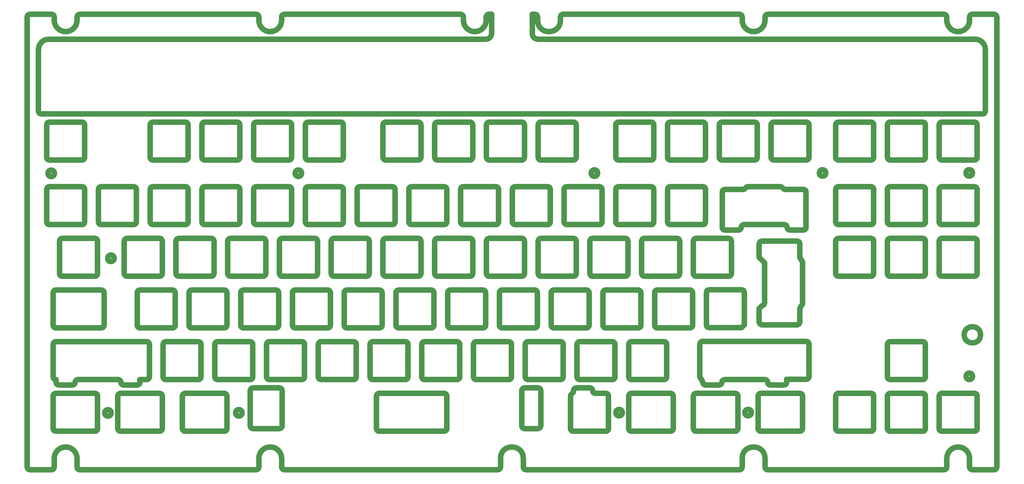
<source format=gbr>
%TF.GenerationSoftware,KiCad,Pcbnew,7.0.5*%
%TF.CreationDate,2023-07-12T21:53:11+02:00*%
%TF.ProjectId,Strata_ISO,53747261-7461-45f4-9953-4f2e6b696361,rev?*%
%TF.SameCoordinates,Original*%
%TF.FileFunction,Soldermask,Bot*%
%TF.FilePolarity,Negative*%
%FSLAX46Y46*%
G04 Gerber Fmt 4.6, Leading zero omitted, Abs format (unit mm)*
G04 Created by KiCad (PCBNEW 7.0.5) date 2023-07-12 21:53:11*
%MOMM*%
%LPD*%
G01*
G04 APERTURE LIST*
%ADD10C,2.000000*%
G04 APERTURE END LIST*
D10*
X-94985974Y116172946D02*
G75*
G03*
X-94985974Y116172946I-1200000J0D01*
G01*
X-72998752Y84859164D02*
G75*
G03*
X-72998752Y84859164I-1200000J0D01*
G01*
X-74100528Y27839480D02*
G75*
G03*
X-74100528Y27839480I-1200000J0D01*
G01*
X-25900534Y27863554D02*
G75*
G03*
X-25900534Y27863554I-1200000J0D01*
G01*
X-3985986Y116218397D02*
G75*
G03*
X-3985986Y116218397I-1200000J0D01*
G01*
X105014001Y116272838D02*
G75*
G03*
X105014001Y116272838I-1200000J0D01*
G01*
X114099449Y27933478D02*
G75*
G03*
X114099449Y27933478I-1200000J0D01*
G01*
X161599443Y27957202D02*
G75*
G03*
X161599443Y27957202I-1200000J0D01*
G01*
X189013990Y116314792D02*
G75*
G03*
X189013990Y116314792I-1200000J0D01*
G01*
X243013984Y116341763D02*
G75*
G03*
X243013984Y116341763I-1200000J0D01*
G01*
X243051451Y41325772D02*
G75*
G03*
X243051451Y41325772I-1200000J0D01*
G01*
X245969863Y56643295D02*
G75*
G03*
X245969863Y56643295I-3000000J0D01*
G01*
X143183039Y40317054D02*
X143725421Y39115369D01*
X143725368Y39115369D02*
G75*
G03*
X144725416Y38115362I1000005J-2D01*
G01*
X144725416Y38115362D02*
X149725418Y38115331D01*
X149725418Y38115415D02*
G75*
G03*
X150725425Y39115325I55J999952D01*
G01*
X151725432Y40115415D02*
G75*
G03*
X150725425Y39115325I41J-1000048D01*
G01*
X151725432Y40115319D02*
X166601440Y40115224D01*
X167601430Y39115217D02*
G75*
G03*
X166601440Y40115224I-999957J50D01*
G01*
X167601517Y39115217D02*
G75*
G03*
X168601429Y38115211I999956J-50D01*
G01*
X168601429Y38115211D02*
X173601431Y38115179D01*
X173601431Y38115202D02*
G75*
G03*
X174601438Y39115173I42J999965D01*
G01*
X174601438Y39115173D02*
X174601445Y40206226D01*
X174601445Y40206226D02*
X181834426Y40206231D01*
X181834426Y40206314D02*
G75*
G03*
X182834426Y41206232I47J999953D01*
G01*
X182834426Y41206232D02*
X182834417Y53206239D01*
X182834344Y53206239D02*
G75*
G03*
X181834416Y54206238I-999971J28D01*
G01*
X181834416Y54206238D02*
X143640645Y54206212D01*
X143640645Y54206194D02*
G75*
G03*
X142640646Y53206211I28J-1000027D01*
G01*
X142640646Y53206211D02*
X142640654Y41206204D01*
X142640698Y41206204D02*
G75*
G03*
X143183039Y40317054I999975J-37D01*
G01*
X-73197036Y54116758D02*
X-82324317Y54116816D01*
X-82324317Y54116819D02*
G75*
G03*
X-82465895Y54126840I-141210J-989952D01*
G01*
X-82465895Y54126840D02*
X-94485126Y54122755D01*
X-94485126Y54122727D02*
G75*
G03*
X-95484787Y53122755I299J-999960D01*
G01*
X-95484787Y53122755D02*
X-95484787Y41122397D01*
X-95484797Y41122397D02*
G75*
G03*
X-94484440Y40122397I999970J-30D01*
G01*
X-94484440Y40122397D02*
X-94399701Y40122427D01*
X-94399701Y40122427D02*
X-94399707Y39116885D01*
X-94399716Y39116885D02*
G75*
G03*
X-93399713Y38116878I999989J-18D01*
G01*
X-93399713Y38116878D02*
X-88399710Y38116846D01*
X-88399710Y38116843D02*
G75*
G03*
X-87399703Y39116840I-17J1000024D01*
G01*
X-86399696Y40116843D02*
G75*
G03*
X-87399703Y39116840I-31J-999976D01*
G01*
X-86399696Y40116834D02*
X-71523688Y40116740D01*
X-70523754Y39116733D02*
G75*
G03*
X-71523688Y40116740I-999973J34D01*
G01*
X-70523768Y39116733D02*
G75*
G03*
X-69523700Y38116726I1000041J34D01*
G01*
X-69523700Y38116726D02*
X-64523697Y38116694D01*
X-64523697Y38116630D02*
G75*
G03*
X-63523690Y39116688I-30J1000037D01*
G01*
X-63523690Y39116688D02*
X-63523684Y40133132D01*
X-63523684Y40133132D02*
X-61030131Y40133996D01*
X-61030131Y40133918D02*
G75*
G03*
X-60030478Y41134336I-396J1000049D01*
G01*
X-60030478Y41134336D02*
X-60034557Y53134465D01*
X-60034569Y53134465D02*
G75*
G03*
X-61034896Y54134125I-999958J-298D01*
G01*
X-61034896Y54134125D02*
X-73034896Y54130046D01*
X-73034896Y54130052D02*
G75*
G03*
X-73197036Y54116758I369J-999885D01*
G01*
X98394653Y40115658D02*
X110394660Y40115582D01*
X110394660Y40115573D02*
G75*
G03*
X111394667Y41115576I13J999994D01*
G01*
X111394667Y41115576D02*
X111394743Y53115583D01*
X111394796Y53115583D02*
G75*
G03*
X110394749Y54115590I-1000023J-16D01*
G01*
X110394749Y54115590D02*
X98394742Y54115666D01*
X98394742Y54115704D02*
G75*
G03*
X97394736Y53115672I31J-1000037D01*
G01*
X97394736Y53115672D02*
X97394659Y41115665D01*
X97394664Y41115665D02*
G75*
G03*
X98394653Y40115658I1000009J2D01*
G01*
X-20667458Y111266505D02*
G75*
G03*
X-21667465Y110266460I31J-1000038D01*
G01*
X-20667458Y111266454D02*
X-8667452Y111266378D01*
X-7667416Y110266371D02*
G75*
G03*
X-8667452Y111266378I-1000011J-4D01*
G01*
X-7667458Y110266371D02*
X-7667534Y98266365D01*
X-8667541Y97266374D02*
G75*
G03*
X-7667534Y98266365I14J999993D01*
G01*
X-8667541Y97266370D02*
X-20667547Y97266447D01*
X-21667547Y98266454D02*
G75*
G03*
X-20667547Y97266447I1000020J13D01*
G01*
X-21667541Y98266454D02*
X-21667465Y110266460D01*
X11382563Y110266250D02*
G75*
G03*
X10382559Y111266257I-999990J17D01*
G01*
X11382553Y110266250D02*
X11382476Y98266243D01*
X10382469Y97266264D02*
G75*
G03*
X11382476Y98266243I4J1000003D01*
G01*
X10382469Y97266249D02*
X-1617537Y97266326D01*
X-2617568Y98266333D02*
G75*
G03*
X-1617537Y97266326I1000041J34D01*
G01*
X-2617531Y98266333D02*
X-2617455Y110266339D01*
X-1617448Y111266395D02*
G75*
G03*
X-2617455Y110266339I21J-1000028D01*
G01*
X-1617448Y111266333D02*
X10382559Y111266257D01*
X11669810Y72166228D02*
X11669734Y60166221D01*
X11669820Y60166221D02*
G75*
G03*
X12669728Y59166214I999953J-54D01*
G01*
X12669728Y59166214D02*
X24669735Y59166138D01*
X24669735Y59166198D02*
G75*
G03*
X25669742Y60166132I38J999969D01*
G01*
X25669742Y60166132D02*
X25669818Y72166138D01*
X25669751Y72166138D02*
G75*
G03*
X24669824Y73166145I-999978J29D01*
G01*
X24669824Y73166145D02*
X12669817Y73166222D01*
X12669817Y73166230D02*
G75*
G03*
X11669810Y72166228I-44J-999963D01*
G01*
X88869858Y73165788D02*
G75*
G03*
X87869852Y72165743I15J-1000021D01*
G01*
X88869858Y73165737D02*
X100869865Y73165660D01*
X101869866Y72165654D02*
G75*
G03*
X100869865Y73165660I-999993J13D01*
G01*
X101869859Y72165654D02*
X101869783Y60165647D01*
X100869776Y59165657D02*
G75*
G03*
X101869783Y60165647I-3J1000010D01*
G01*
X100869776Y59165653D02*
X88869769Y59165729D01*
X87869735Y60165736D02*
G75*
G03*
X88869769Y59165729I1000038J31D01*
G01*
X87869775Y60165736D02*
X87869852Y72165743D01*
X-26430337Y60166463D02*
G75*
G03*
X-25430292Y59166457I1000010J4D01*
G01*
X-26430286Y60166463D02*
X-26430210Y72166470D01*
X-25430203Y73166450D02*
G75*
G03*
X-26430210Y72166470I-24J-999983D01*
G01*
X-25430203Y73166464D02*
X-13430197Y73166388D01*
X-12430206Y72166381D02*
G75*
G03*
X-13430197Y73166388I-1000021J-14D01*
G01*
X-12430203Y72166381D02*
X-12430279Y60166374D01*
X-13430286Y59166319D02*
G75*
G03*
X-12430279Y60166374I-41J1000048D01*
G01*
X-13430286Y59166380D02*
X-25430292Y59166457D01*
X-56293051Y21066685D02*
G75*
G03*
X-55293045Y22066627I24J999982D01*
G01*
X-56293051Y21066632D02*
X-70674309Y21066724D01*
X-71674370Y22066731D02*
G75*
G03*
X-70674309Y21066724I1000043J36D01*
G01*
X-71674303Y22066731D02*
X-71674227Y34066737D01*
X-70674220Y35066767D02*
G75*
G03*
X-71674227Y34066737I-7J-1000000D01*
G01*
X-70674220Y35066731D02*
X-56292962Y35066640D01*
X-55292954Y34066633D02*
G75*
G03*
X-56292962Y35066640I-999973J34D01*
G01*
X-55292968Y34066633D02*
X-55293045Y22066627D01*
X22194701Y54116146D02*
G75*
G03*
X21194694Y53116157I-28J-999979D01*
G01*
X22194701Y54116151D02*
X34194708Y54116074D01*
X35194680Y53116068D02*
G75*
G03*
X34194708Y54116074I-1000007J-1D01*
G01*
X35194702Y53116068D02*
X35194626Y41116061D01*
X34194619Y40116114D02*
G75*
G03*
X35194626Y41116061I54J999953D01*
G01*
X34194619Y40116067D02*
X22194612Y40116143D01*
X21194549Y41116150D02*
G75*
G03*
X22194612Y40116143I1000024J17D01*
G01*
X21194618Y41116150D02*
X21194694Y53116157D01*
X49482497Y98266001D02*
X49482573Y110266007D01*
X49482620Y110266007D02*
G75*
G03*
X48482579Y111266014I-1000047J-40D01*
G01*
X48482579Y111266014D02*
X36482573Y111266091D01*
X36482573Y111266074D02*
G75*
G03*
X35482566Y110266097I0J-1000007D01*
G01*
X35482566Y110266097D02*
X35482489Y98266090D01*
X35482489Y98266090D02*
G75*
G03*
X36482484Y97266083I999984J-23D01*
G01*
X36482484Y97266083D02*
X48482490Y97266007D01*
X48482490Y97265943D02*
G75*
G03*
X49482497Y98266001I-17J1000024D01*
G01*
X-27717311Y135079012D02*
X-39717317Y135079088D01*
X-39717317Y135079064D02*
G75*
G03*
X-40717324Y134079094I-10J-999997D01*
G01*
X-40717324Y134079094D02*
X-40717400Y122079088D01*
X-40717413Y122079088D02*
G75*
G03*
X-39717406Y121079081I999986J-21D01*
G01*
X-39717406Y121079081D02*
X-27717400Y121079005D01*
X-27717400Y121078933D02*
G75*
G03*
X-26717393Y122078999I-27J1000034D01*
G01*
X-26717393Y122078999D02*
X-26717316Y134079005D01*
X-26717282Y134079005D02*
G75*
G03*
X-27717311Y135079012I-1000045J-38D01*
G01*
X68532507Y98265880D02*
X68532584Y110265886D01*
X68532599Y110265886D02*
G75*
G03*
X67532589Y111265893I-1000026J-19D01*
G01*
X67532589Y111265893D02*
X55532583Y111265970D01*
X55532583Y111265964D02*
G75*
G03*
X54532576Y110265975I-10J-999997D01*
G01*
X54532576Y110265975D02*
X54532500Y98265969D01*
X54532468Y98265969D02*
G75*
G03*
X55532494Y97265962I1000005J-2D01*
G01*
X55532494Y97265962D02*
X67532500Y97265886D01*
X67532500Y97265833D02*
G75*
G03*
X68532507Y98265880I-27J1000034D01*
G01*
X46007640Y121078535D02*
X58007647Y121078459D01*
X58007647Y121078486D02*
G75*
G03*
X59007654Y122078453I26J999981D01*
G01*
X59007654Y122078453D02*
X59007730Y134078460D01*
X59007773Y134078460D02*
G75*
G03*
X58007736Y135078467I-1000000J7D01*
G01*
X58007736Y135078467D02*
X46007729Y135078543D01*
X46007729Y135078518D02*
G75*
G03*
X45007722Y134078549I-56J-999951D01*
G01*
X45007722Y134078549D02*
X45007646Y122078542D01*
X45007641Y122078542D02*
G75*
G03*
X46007640Y121078535I1000032J25D01*
G01*
X-39717469Y111266615D02*
G75*
G03*
X-40717475Y110266581I42J-1000048D01*
G01*
X-39717469Y111266576D02*
X-27717462Y111266499D01*
X-26717395Y110266492D02*
G75*
G03*
X-27717462Y111266499I-1000032J-25D01*
G01*
X-26717468Y110266492D02*
X-26717544Y98266486D01*
X-27717551Y97266484D02*
G75*
G03*
X-26717544Y98266486I24J999983D01*
G01*
X-27717551Y97266492D02*
X-39717558Y97266568D01*
X-40717526Y98266575D02*
G75*
G03*
X-39717558Y97266568I999999J-8D01*
G01*
X-40717552Y98266575D02*
X-40717475Y110266581D01*
X231745241Y121077354D02*
X243745247Y121077277D01*
X243745247Y121077286D02*
G75*
G03*
X244745254Y122077271I26J999981D01*
G01*
X244745254Y122077271D02*
X244745330Y134077278D01*
X244745391Y134077278D02*
G75*
G03*
X243745336Y135077285I-1000018J-11D01*
G01*
X243745336Y135077285D02*
X231745330Y135077361D01*
X231745330Y135077417D02*
G75*
G03*
X230745323Y134077367I43J-1000050D01*
G01*
X230745323Y134077367D02*
X230745246Y122077360D01*
X230745260Y122077360D02*
G75*
G03*
X231745241Y121077354I1000013J7D01*
G01*
X193645220Y121077596D02*
X205645226Y121077520D01*
X205645226Y121077607D02*
G75*
G03*
X206645233Y122077514I47J999960D01*
G01*
X206645233Y122077514D02*
X206645310Y134077520D01*
X206645233Y134077520D02*
G75*
G03*
X205645315Y135077527I-999960J47D01*
G01*
X205645315Y135077527D02*
X193645309Y135077604D01*
X193645309Y135077538D02*
G75*
G03*
X192645302Y134077609I-36J-999971D01*
G01*
X192645302Y134077609D02*
X192645226Y122077603D01*
X192645302Y122077603D02*
G75*
G03*
X193645220Y121077596I999971J-36D01*
G01*
X-46767321Y135079133D02*
X-58767327Y135079210D01*
X-58767327Y135079174D02*
G75*
G03*
X-59767334Y134079216I0J-1000007D01*
G01*
X-59767334Y134079216D02*
X-59767411Y122079209D01*
X-59767392Y122079209D02*
G75*
G03*
X-58767416Y121079202I999965J-42D01*
G01*
X-58767416Y121079202D02*
X-46767410Y121079126D01*
X-46767410Y121079143D02*
G75*
G03*
X-45767403Y122079120I-17J1000024D01*
G01*
X-45767403Y122079120D02*
X-45767327Y134079126D01*
X-45767361Y134079126D02*
G75*
G03*
X-46767321Y135079133I-999966J41D01*
G01*
X-8667389Y121078822D02*
G75*
G03*
X-7667382Y122078878I-38J1000045D01*
G01*
X-8667389Y121078883D02*
X-20667396Y121078960D01*
X-21667434Y122078967D02*
G75*
G03*
X-20667396Y121078960I1000007J0D01*
G01*
X-21667390Y122078967D02*
X-21667314Y134078973D01*
X-20667307Y135078954D02*
G75*
G03*
X-21667314Y134078973I-20J-999987D01*
G01*
X-20667307Y135078967D02*
X-8667300Y135078891D01*
X-7667303Y134078884D02*
G75*
G03*
X-8667300Y135078891I-1000024J-17D01*
G01*
X-7667306Y134078884D02*
X-7667382Y122078878D01*
X212695079Y97264962D02*
X224695085Y97264886D01*
X224695085Y97264848D02*
G75*
G03*
X225695092Y98264880I-12J1000019D01*
G01*
X225695092Y98264880D02*
X225695168Y110264886D01*
X225695199Y110264886D02*
G75*
G03*
X224695174Y111264893I-1000026J-19D01*
G01*
X224695174Y111264893D02*
X212695168Y111264969D01*
X212695168Y111264979D02*
G75*
G03*
X211695161Y110264975I5J-1000012D01*
G01*
X211695161Y110264975D02*
X211695085Y98264969D01*
X211695068Y98264969D02*
G75*
G03*
X212695079Y97264962I1000005J-2D01*
G01*
X-84867493Y111266863D02*
X-96867499Y111266939D01*
X-96867499Y111266936D02*
G75*
G03*
X-97867506Y110266945I-8J-999999D01*
G01*
X-97867506Y110266945D02*
X-97867583Y98266939D01*
X-97867662Y98266939D02*
G75*
G03*
X-96867588Y97266932I1000035J28D01*
G01*
X-96867588Y97266932D02*
X-84867582Y97266855D01*
X-84867582Y97266915D02*
G75*
G03*
X-83867575Y98266850I55J999952D01*
G01*
X-83867575Y98266850D02*
X-83867499Y110266856D01*
X-83867531Y110266856D02*
G75*
G03*
X-84867493Y111266863I-999996J11D01*
G01*
X169832707Y121077748D02*
X181832714Y121077671D01*
X181832714Y121077620D02*
G75*
G03*
X182832720Y122077665I-41J1000047D01*
G01*
X182832720Y122077665D02*
X182832797Y134077672D01*
X182832785Y134077672D02*
G75*
G03*
X181832803Y135077679I-1000012J-5D01*
G01*
X181832803Y135077679D02*
X169832796Y135077755D01*
X169832796Y135077751D02*
G75*
G03*
X168832789Y134077761I-23J-999984D01*
G01*
X168832789Y134077761D02*
X168832713Y122077754D01*
X168832654Y122077754D02*
G75*
G03*
X169832707Y121077748I1000019J13D01*
G01*
X212695230Y121077475D02*
X224695237Y121077398D01*
X224695237Y121077396D02*
G75*
G03*
X225695244Y122077393I36J999971D01*
G01*
X225695244Y122077393D02*
X225695320Y134077399D01*
X225695312Y134077399D02*
G75*
G03*
X224695326Y135077406I-1000039J-32D01*
G01*
X224695326Y135077406D02*
X212695319Y135077482D01*
X212695319Y135077428D02*
G75*
G03*
X211695312Y134077488I-46J-999961D01*
G01*
X211695312Y134077488D02*
X211695236Y122077482D01*
X211695281Y122077482D02*
G75*
G03*
X212695230Y121077475I999992J-15D01*
G01*
X-45767574Y110266614D02*
G75*
G03*
X-46767472Y111266620I-999953J53D01*
G01*
X-45767478Y110266614D02*
X-45767555Y98266607D01*
X-46767561Y97266595D02*
G75*
G03*
X-45767555Y98266607I34J999972D01*
G01*
X-46767561Y97266613D02*
X-58767568Y97266689D01*
X-59767505Y98266696D02*
G75*
G03*
X-58767568Y97266689I999978J-29D01*
G01*
X-59767562Y98266696D02*
X-59767486Y110266703D01*
X-58767479Y111266626D02*
G75*
G03*
X-59767486Y110266703I-48J-999959D01*
G01*
X-58767479Y111266697D02*
X-46767472Y111266620D01*
X205645164Y111265014D02*
X193645157Y111265091D01*
X193645157Y111265089D02*
G75*
G03*
X192645151Y110265097I16J-1000022D01*
G01*
X192645151Y110265097D02*
X192645074Y98265090D01*
X192645089Y98265090D02*
G75*
G03*
X193645068Y97265083I999984J-23D01*
G01*
X193645068Y97265083D02*
X205645075Y97265007D01*
X205645075Y97264958D02*
G75*
G03*
X206645082Y98265001I-2J1000009D01*
G01*
X206645082Y98265001D02*
X206645158Y110265007D01*
X206645220Y110265007D02*
G75*
G03*
X205645164Y111265014I-1000047J-40D01*
G01*
X230745171Y110264854D02*
X230745095Y98264848D01*
X230745047Y98264848D02*
G75*
G03*
X231745089Y97264841I1000026J19D01*
G01*
X231745089Y97264841D02*
X243745095Y97264764D01*
X243745095Y97264738D02*
G75*
G03*
X244745102Y98264759I-22J1000029D01*
G01*
X244745102Y98264759D02*
X244745179Y110264765D01*
X244745178Y110264765D02*
G75*
G03*
X243745185Y111264772I-1000005J2D01*
G01*
X243745185Y111264772D02*
X231745178Y111264848D01*
X231745178Y111264869D02*
G75*
G03*
X230745171Y110264854I-5J-1000002D01*
G01*
X29432569Y111266136D02*
X17432562Y111266212D01*
X17432562Y111266185D02*
G75*
G03*
X16432555Y110266218I11J-1000018D01*
G01*
X16432555Y110266218D02*
X16432479Y98266211D01*
X16432510Y98266211D02*
G75*
G03*
X17432473Y97266204I999963J-44D01*
G01*
X17432473Y97266204D02*
X29432480Y97266128D01*
X29432480Y97266153D02*
G75*
G03*
X30432487Y98266122I-7J1000014D01*
G01*
X30432487Y98266122D02*
X30432563Y110266129D01*
X30432542Y110266129D02*
G75*
G03*
X29432569Y111266136I-999969J38D01*
G01*
X130732769Y134078003D02*
X130732692Y122077997D01*
X130732696Y122077997D02*
G75*
G03*
X131732687Y121077990I999977J-30D01*
G01*
X131732687Y121077990D02*
X143732693Y121077914D01*
X143732693Y121077840D02*
G75*
G03*
X144732700Y122077908I-20J1000027D01*
G01*
X144732700Y122077908D02*
X144732776Y134077914D01*
X144732727Y134077914D02*
G75*
G03*
X143732782Y135077921I-999954J53D01*
G01*
X143732782Y135077921D02*
X131732776Y135077997D01*
X131732776Y135077971D02*
G75*
G03*
X130732769Y134078003I-3J-1000004D01*
G01*
X-92105207Y78216891D02*
X-80105201Y78216815D01*
X-80105201Y78216814D02*
G75*
G03*
X-79105194Y79216809I4J1000003D01*
G01*
X-79105194Y79216809D02*
X-79105117Y91216815D01*
X-79105172Y91216815D02*
G75*
G03*
X-80105112Y92216822I-999955J52D01*
G01*
X-80105112Y92216822D02*
X-92105118Y92216899D01*
X-92105118Y92216895D02*
G75*
G03*
X-93105125Y91216904I-9J-999998D01*
G01*
X-93105125Y91216904D02*
X-93105201Y79216898D01*
X-93105203Y79216898D02*
G75*
G03*
X-92105207Y78216891I999976J-31D01*
G01*
X-64530231Y72166712D02*
X-64530307Y60166706D01*
X-64530295Y60166706D02*
G75*
G03*
X-63530313Y59166699I999968J-39D01*
G01*
X-63530313Y59166699D02*
X-51530306Y59166623D01*
X-51530306Y59166640D02*
G75*
G03*
X-50530300Y60166617I-21J1000027D01*
G01*
X-50530300Y60166617D02*
X-50530223Y72166623D01*
X-50530264Y72166623D02*
G75*
G03*
X-51530217Y73166630I-999963J44D01*
G01*
X-51530217Y73166630D02*
X-63530224Y73166707D01*
X-63530224Y73166671D02*
G75*
G03*
X-64530231Y72166712I-3J-1000004D01*
G01*
X5619724Y59166309D02*
G75*
G03*
X6619731Y60166253I49J999958D01*
G01*
X5619724Y59166259D02*
X-6380282Y59166335D01*
X-7380259Y60166342D02*
G75*
G03*
X-6380282Y59166335I1000032J25D01*
G01*
X-7380276Y60166342D02*
X-7380200Y72166349D01*
X-6380193Y73166340D02*
G75*
G03*
X-7380200Y72166349I-34J-999973D01*
G01*
X-6380193Y73166343D02*
X5619814Y73166267D01*
X6619773Y72166260D02*
G75*
G03*
X5619814Y73166267I-1000000J7D01*
G01*
X6619808Y72166260D02*
X6619731Y60166253D01*
X46007457Y92216090D02*
G75*
G03*
X45007450Y91216026I16J-1000023D01*
G01*
X46007457Y92216020D02*
X58007463Y92215943D01*
X59007449Y91215937D02*
G75*
G03*
X58007463Y92215943I-999976J30D01*
G01*
X59007457Y91215937D02*
X59007381Y79215930D01*
X58007374Y78215959D02*
G75*
G03*
X59007381Y79215930I-1J1000008D01*
G01*
X58007374Y78215936D02*
X46007367Y78216012D01*
X45007418Y79216019D02*
G75*
G03*
X46007367Y78216012I999955J-52D01*
G01*
X45007373Y79216019D02*
X45007450Y91216026D01*
X162782792Y135077800D02*
X150782786Y135077876D01*
X150782786Y135077861D02*
G75*
G03*
X149782779Y134077882I-13J-999994D01*
G01*
X149782779Y134077882D02*
X149782703Y122077876D01*
X149782675Y122077876D02*
G75*
G03*
X150782697Y121077869I999998J-9D01*
G01*
X150782697Y121077869D02*
X162782703Y121077792D01*
X162782703Y121077730D02*
G75*
G03*
X163782710Y122077787I-30J1000037D01*
G01*
X163782710Y122077787D02*
X163782787Y134077793D01*
X163782806Y134077793D02*
G75*
G03*
X162782792Y135077800I-1000033J-26D01*
G01*
X-77817489Y111266816D02*
G75*
G03*
X-78817496Y110266824I-8J-999999D01*
G01*
X-77817489Y111266818D02*
X-65817483Y111266742D01*
X-64817552Y110266735D02*
G75*
G03*
X-65817483Y111266742I-999975J32D01*
G01*
X-64817488Y110266735D02*
X-64817565Y98266728D01*
X-65817572Y97266805D02*
G75*
G03*
X-64817565Y98266728I45J999962D01*
G01*
X-65817572Y97266734D02*
X-77817578Y97266810D01*
X-78817484Y98266817D02*
G75*
G03*
X-77817578Y97266810I999957J-50D01*
G01*
X-78817572Y98266817D02*
X-78817496Y110266824D01*
X105632610Y111265651D02*
X93632603Y111265727D01*
X93632603Y111265743D02*
G75*
G03*
X92632597Y110265733I-30J-999976D01*
G01*
X92632597Y110265733D02*
X92632520Y98265726D01*
X92632426Y98265726D02*
G75*
G03*
X93632514Y97265720I1000047J41D01*
G01*
X93632514Y97265720D02*
X105632521Y97265643D01*
X105632521Y97265712D02*
G75*
G03*
X106632528Y98265637I52J999955D01*
G01*
X106632528Y98265637D02*
X106632604Y110265644D01*
X106632557Y110265644D02*
G75*
G03*
X105632610Y111265651I-999984J23D01*
G01*
X64057397Y79215898D02*
G75*
G03*
X65057378Y78215891I999976J-31D01*
G01*
X64057384Y79215898D02*
X64057460Y91215904D01*
X65057467Y92215880D02*
G75*
G03*
X64057460Y91215904I6J-1000013D01*
G01*
X65057467Y92215899D02*
X77057473Y92215822D01*
X78057428Y91215815D02*
G75*
G03*
X77057473Y92215822I-999955J52D01*
G01*
X78057467Y91215815D02*
X78057391Y79215809D01*
X77057384Y78215749D02*
G75*
G03*
X78057391Y79215809I-11J1000018D01*
G01*
X77057384Y78215815D02*
X65057378Y78215891D01*
X96107395Y78215639D02*
G75*
G03*
X97107401Y79215688I-22J1000028D01*
G01*
X96107395Y78215693D02*
X84107388Y78215770D01*
X83107376Y79215777D02*
G75*
G03*
X84107388Y78215770I999997J-10D01*
G01*
X83107394Y79215777D02*
X83107470Y91215783D01*
X84107477Y92215770D02*
G75*
G03*
X83107470Y91215783I-4J-1000003D01*
G01*
X84107477Y92215777D02*
X96107484Y92215701D01*
X97107507Y91215694D02*
G75*
G03*
X96107484Y92215701I-1000034J-27D01*
G01*
X97107478Y91215694D02*
X97107401Y79215688D01*
X84075860Y36065747D02*
G75*
G03*
X83075876Y37065754I-999987J20D01*
G01*
X84075870Y36065747D02*
X84075787Y23065740D01*
X83075780Y22065753D02*
G75*
G03*
X84075787Y23065740I-7J1000014D01*
G01*
X83075780Y22065746D02*
X78075777Y22065778D01*
X77075784Y23065785D02*
G75*
G03*
X78075777Y22065778I999989J-18D01*
G01*
X77075783Y23065785D02*
X77075866Y36065792D01*
X78075873Y37065774D02*
G75*
G03*
X77075866Y36065792I0J-1000007D01*
G01*
X78075873Y37065786D02*
X83075876Y37065754D01*
X-30192585Y92216431D02*
G75*
G03*
X-31192591Y91216511I-42J-999964D01*
G01*
X-30192585Y92216505D02*
X-18192578Y92216428D01*
X-17192666Y91216421D02*
G75*
G03*
X-18192578Y92216428I-999961J46D01*
G01*
X-17192584Y91216421D02*
X-17192660Y79216415D01*
X-18192667Y78216500D02*
G75*
G03*
X-17192660Y79216415I40J999967D01*
G01*
X-18192667Y78216421D02*
X-30192674Y78216497D01*
X-31192597Y79216504D02*
G75*
G03*
X-30192674Y78216497I999970J-37D01*
G01*
X-31192668Y79216504D02*
X-31192591Y91216511D01*
X116444533Y22065534D02*
G75*
G03*
X117444542Y21065527I1000040J33D01*
G01*
X116444548Y22065534D02*
X116444625Y34065540D01*
X117444631Y35065515D02*
G75*
G03*
X116444625Y34065540I-58J-999948D01*
G01*
X117444631Y35065534D02*
X131825889Y35065443D01*
X132825849Y34065436D02*
G75*
G03*
X131825889Y35065443I-999976J31D01*
G01*
X132825883Y34065436D02*
X132825807Y22065430D01*
X131825800Y21065433D02*
G75*
G03*
X132825807Y22065430I-27J1000034D01*
G01*
X131825800Y21065435D02*
X117444542Y21065527D01*
X244744617Y22064717D02*
X244744694Y34064724D01*
X244744637Y34064724D02*
G75*
G03*
X243744700Y35064731I-999964J43D01*
G01*
X243744700Y35064731D02*
X231744693Y35064807D01*
X231744693Y35064754D02*
G75*
G03*
X230744686Y34064813I-20J-999987D01*
G01*
X230744686Y34064813D02*
X230744610Y22064806D01*
X230744606Y22064806D02*
G75*
G03*
X231744604Y21064800I999967J-39D01*
G01*
X231744604Y21064800D02*
X243744611Y21064723D01*
X243744611Y21064723D02*
G75*
G03*
X244744617Y22064717I-38J1000044D01*
G01*
X16144702Y53116189D02*
G75*
G03*
X15144697Y54116196I-1000029J-22D01*
G01*
X16144692Y53116189D02*
X16144615Y41116182D01*
X15144608Y40116125D02*
G75*
G03*
X16144615Y41116182I-35J1000042D01*
G01*
X15144608Y40116188D02*
X3144602Y40116264D01*
X2144570Y41116271D02*
G75*
G03*
X3144602Y40116264I1000003J-4D01*
G01*
X2144608Y41116271D02*
X2144684Y53116278D01*
X3144691Y54116256D02*
G75*
G03*
X2144684Y53116278I-18J-999989D01*
G01*
X3144691Y54116272D02*
X15144697Y54116196D01*
X79344643Y40115780D02*
X91344650Y40115703D01*
X91344650Y40115684D02*
G75*
G03*
X92344656Y41115697I23J999983D01*
G01*
X92344656Y41115697D02*
X92344733Y53115704D01*
X92344817Y53115704D02*
G75*
G03*
X91344739Y54115711I-1000044J-37D01*
G01*
X91344739Y54115711D02*
X79344732Y54115787D01*
X79344732Y54115815D02*
G75*
G03*
X78344725Y53115793I41J-1000048D01*
G01*
X78344725Y53115793D02*
X78344649Y41115786D01*
X78344686Y41115786D02*
G75*
G03*
X79344643Y40115780I999987J-19D01*
G01*
X77057657Y121078376D02*
G75*
G03*
X78057664Y122078332I16J999991D01*
G01*
X77057657Y121078338D02*
X65057650Y121078414D01*
X64057720Y122078421D02*
G75*
G03*
X65057650Y121078414I999953J-54D01*
G01*
X64057656Y122078421D02*
X64057733Y134078428D01*
X65057740Y135078507D02*
G75*
G03*
X64057733Y134078428I33J-1000040D01*
G01*
X65057740Y135078422D02*
X77057746Y135078345D01*
X78057751Y134078338D02*
G75*
G03*
X77057746Y135078345I-999978J29D01*
G01*
X78057740Y134078338D02*
X78057664Y122078332D01*
X95013363Y34065677D02*
X95013287Y22065670D01*
X95013269Y22065670D02*
G75*
G03*
X96013281Y21065663I1000004J-3D01*
G01*
X96013281Y21065663D02*
X108013287Y21065587D01*
X108013287Y21065546D02*
G75*
G03*
X109013294Y22065581I-14J1000021D01*
G01*
X109013294Y22065581D02*
X109013371Y34065588D01*
X109013400Y34065588D02*
G75*
G03*
X108013376Y35065594I-1000027J-21D01*
G01*
X108013376Y35065594D02*
X104132124Y35065619D01*
X103132125Y36065626D02*
G75*
G03*
X104132124Y35065619I1000048J41D01*
G01*
X103132139Y36065626D02*
G75*
G03*
X102132136Y37065633I-999966J41D01*
G01*
X102132136Y37065633D02*
X97132133Y37065665D01*
X97132133Y37065714D02*
G75*
G03*
X96132126Y36065671I40J-1000047D01*
G01*
X96132126Y36065671D02*
X96132125Y35861053D01*
X95572729Y34963395D02*
G75*
G03*
X96132125Y35861053I-440556J897672D01*
G01*
X95572743Y34963367D02*
G75*
G03*
X95013363Y34065677I440630J-897700D01*
G01*
X69819759Y59165850D02*
X81819766Y59165774D01*
X81819766Y59165768D02*
G75*
G03*
X82819772Y60165768I7J999999D01*
G01*
X82819772Y60165768D02*
X82819849Y72165775D01*
X82819888Y72165775D02*
G75*
G03*
X81819855Y73165782I-1000015J-8D01*
G01*
X81819855Y73165782D02*
X69819848Y73165858D01*
X69819848Y73165899D02*
G75*
G03*
X68819841Y72165864I25J-1000032D01*
G01*
X68819841Y72165864D02*
X68819765Y60165857D01*
X68819756Y60165857D02*
G75*
G03*
X69819759Y59165850I1000017J10D01*
G01*
X116157486Y91215573D02*
G75*
G03*
X115157494Y92215580I-1000013J-6D01*
G01*
X116157488Y91215573D02*
X116157412Y79215566D01*
X115157405Y78215528D02*
G75*
G03*
X116157412Y79215566I-32J1000039D01*
G01*
X115157405Y78215572D02*
X103157398Y78215649D01*
X102157355Y79215656D02*
G75*
G03*
X103157398Y78215649I1000018J11D01*
G01*
X102157404Y79215656D02*
X102157481Y91215662D01*
X103157487Y92215659D02*
G75*
G03*
X102157481Y91215662I-14J-999992D01*
G01*
X103157487Y92215656D02*
X115157494Y92215580D01*
X-45480220Y72166591D02*
X-45480297Y60166585D01*
X-45480316Y60166585D02*
G75*
G03*
X-44480303Y59166578I999989J-18D01*
G01*
X-44480303Y59166578D02*
X-32480296Y59166501D01*
X-32480296Y59166429D02*
G75*
G03*
X-31480289Y60166496I-31J1000038D01*
G01*
X-31480289Y60166496D02*
X-31480213Y72166502D01*
X-31480185Y72166502D02*
G75*
G03*
X-32480207Y73166509I-1000042J-35D01*
G01*
X-32480207Y73166509D02*
X-44480214Y73166585D01*
X-44480214Y73166560D02*
G75*
G03*
X-45480220Y72166591I-13J-999993D01*
G01*
X24575831Y35066216D02*
G75*
G03*
X23575824Y34066131I42J-1000049D01*
G01*
X24575831Y35066125D02*
X48482094Y35065973D01*
X49482079Y34065966D02*
G75*
G03*
X48482094Y35065973I-1000006J1D01*
G01*
X49482088Y34065966D02*
X49482012Y22065960D01*
X48482005Y21065928D02*
G75*
G03*
X49482012Y22065960I-32J1000039D01*
G01*
X48482005Y21065966D02*
X24575742Y21066118D01*
X23575724Y22066125D02*
G75*
G03*
X24575742Y21066118I1000049J42D01*
G01*
X23575748Y22066125D02*
X23575824Y34066131D01*
X6907429Y91216268D02*
X6907353Y79216262D01*
X6907361Y79216262D02*
G75*
G03*
X7907347Y78216255I1000012J5D01*
G01*
X7907347Y78216255D02*
X19907353Y78216178D01*
X19907353Y78216180D02*
G75*
G03*
X20907360Y79216173I20J999987D01*
G01*
X20907360Y79216173D02*
X20907437Y91216179D01*
X20907492Y91216179D02*
G75*
G03*
X19907442Y92216186I-1000019J-12D01*
G01*
X19907442Y92216186D02*
X7907436Y92216262D01*
X7907436Y92216311D02*
G75*
G03*
X6907429Y91216268I37J-1000044D01*
G01*
X-47861714Y34066586D02*
X-47861791Y22066579D01*
X-47861822Y22066579D02*
G75*
G03*
X-46861796Y21066572I999995J-12D01*
G01*
X-46861796Y21066572D02*
X-32480539Y21066481D01*
X-32480539Y21066472D02*
G75*
G03*
X-31480532Y22066475I12J999995D01*
G01*
X-31480532Y22066475D02*
X-31480455Y34066481D01*
X-31480406Y34066481D02*
G75*
G03*
X-32480449Y35066488I-1000021J-14D01*
G01*
X-32480449Y35066488D02*
X-46861707Y35066580D01*
X-46861707Y35066554D02*
G75*
G03*
X-47861714Y34066586I-20J-999987D01*
G01*
X60294722Y54115825D02*
G75*
G03*
X59294715Y53115914I-49J-999958D01*
G01*
X60294722Y54115908D02*
X72294728Y54115832D01*
X73294638Y53115825D02*
G75*
G03*
X72294728Y54115832I-999965J42D01*
G01*
X73294722Y53115825D02*
X73294646Y41115819D01*
X72294639Y40115894D02*
G75*
G03*
X73294646Y41115819I34J999973D01*
G01*
X72294639Y40115824D02*
X60294633Y40115901D01*
X59294707Y41115908D02*
G75*
G03*
X60294633Y40115901I999966J-41D01*
G01*
X59294639Y41115908D02*
X59294715Y53115914D01*
X-22924180Y23066421D02*
G75*
G03*
X-21924277Y22066414I999953J-54D01*
G01*
X-22924271Y23066421D02*
X-22924188Y36066428D01*
X-21924181Y37066428D02*
G75*
G03*
X-22924188Y36066428I-46J-999961D01*
G01*
X-21924181Y37066422D02*
X-12167926Y37066360D01*
X-11167934Y36066353D02*
G75*
G03*
X-12167926Y37066360I-999993J14D01*
G01*
X-11167932Y36066353D02*
X-11168014Y23066346D01*
X-12168021Y22066354D02*
G75*
G03*
X-11168014Y23066346I-6J1000013D01*
G01*
X-12168021Y22066352D02*
X-21924277Y22066414D01*
X193645036Y92215111D02*
G75*
G03*
X192645029Y91215086I37J-1000044D01*
G01*
X193645036Y92215080D02*
X205645043Y92215004D01*
X206645110Y91214997D02*
G75*
G03*
X205645043Y92215004I-1000037J-30D01*
G01*
X206645037Y91214997D02*
X206644961Y79214991D01*
X205644954Y78214979D02*
G75*
G03*
X206644961Y79214991I19J999988D01*
G01*
X205644954Y78214996D02*
X193644947Y78215073D01*
X192644979Y79215080D02*
G75*
G03*
X193644947Y78215073I999994J-13D01*
G01*
X192644953Y79215080D02*
X192645029Y91215086D01*
X224694689Y35064852D02*
X212694683Y35064928D01*
X212694683Y35064964D02*
G75*
G03*
X211694676Y34064934I-10J-999997D01*
G01*
X211694676Y34064934D02*
X211694600Y22064928D01*
X211694527Y22064928D02*
G75*
G03*
X212694594Y21064921I1000046J39D01*
G01*
X212694594Y21064921D02*
X224694600Y21064844D01*
X224694600Y21064833D02*
G75*
G03*
X225694607Y22064839I-27J1000034D01*
G01*
X225694607Y22064839D02*
X225694684Y34064845D01*
X225694658Y34064845D02*
G75*
G03*
X224694689Y35064852I-999985J22D01*
G01*
X-94486822Y21066875D02*
X-80105564Y21066784D01*
X-80105564Y21066797D02*
G75*
G03*
X-79105557Y22066778I37J999970D01*
G01*
X-79105557Y22066778D02*
X-79105481Y34066785D01*
X-79105503Y34066785D02*
G75*
G03*
X-80105475Y35066791I-1000024J-18D01*
G01*
X-80105475Y35066791D02*
X-94486733Y35066883D01*
X-94486733Y35066880D02*
G75*
G03*
X-95486740Y34066889I6J-1000013D01*
G01*
X-95486740Y34066889D02*
X-95486816Y22066882D01*
X-95486819Y22066882D02*
G75*
G03*
X-94486822Y21066875I999992J-15D01*
G01*
X181745556Y96265158D02*
X181745638Y109265165D01*
X181745678Y109265165D02*
G75*
G03*
X180745644Y110265172I-1000005J2D01*
G01*
X180745644Y110265172D02*
X174039691Y110265215D01*
X173173671Y110765222D02*
G75*
G03*
X174039691Y110265215I866002J499945D01*
G01*
X173173675Y110765225D02*
G75*
G03*
X172307646Y111265226I-866002J-499958D01*
G01*
X172307646Y111265226D02*
X160307639Y111265303D01*
X160307639Y111265320D02*
G75*
G03*
X159441610Y110765308I34J-1000053D01*
G01*
X158575581Y110265278D02*
G75*
G03*
X159441610Y110765308I-8J999989D01*
G01*
X158575581Y110265313D02*
X151869629Y110265356D01*
X151869629Y110265318D02*
G75*
G03*
X150869622Y109265362I-56J-999951D01*
G01*
X150869622Y109265362D02*
X150869539Y96265355D01*
X150869554Y96265355D02*
G75*
G03*
X151869533Y95265348I1000019J12D01*
G01*
X151869533Y95265348D02*
X156869536Y95265316D01*
X156869536Y95265297D02*
G75*
G03*
X157869543Y96265310I37J999970D01*
G01*
X158869550Y97265297D02*
G75*
G03*
X157869543Y96265310I23J-1000030D01*
G01*
X158869550Y97265304D02*
X173745558Y97265210D01*
X174745616Y96265203D02*
G75*
G03*
X173745558Y97265210I-1000043J-36D01*
G01*
X174745602Y96265203D02*
G75*
G03*
X175745546Y95265196I999971J-36D01*
G01*
X175745546Y95265196D02*
X180745549Y95265164D01*
X180745549Y95265184D02*
G75*
G03*
X181745556Y96265158I24J999983D01*
G01*
X31719828Y73166019D02*
G75*
G03*
X30719821Y72166106I-55J-999952D01*
G01*
X31719828Y73166100D02*
X43719834Y73166024D01*
X44719830Y72166017D02*
G75*
G03*
X43719834Y73166024I-999957J50D01*
G01*
X44719828Y72166017D02*
X44719752Y60166011D01*
X43719745Y59165988D02*
G75*
G03*
X44719752Y60166011I28J999979D01*
G01*
X43719745Y59166017D02*
X31719739Y59166093D01*
X30719799Y60166100D02*
G75*
G03*
X31719739Y59166093I999974J-33D01*
G01*
X30719744Y60166100D02*
X30719821Y72166106D01*
X126969879Y73165468D02*
G75*
G03*
X125969872Y72165500I-6J-1000001D01*
G01*
X126969879Y73165494D02*
X138969886Y73165418D01*
X139969824Y72165411D02*
G75*
G03*
X138969886Y73165418I-999951J56D01*
G01*
X139969880Y72165411D02*
X139969803Y60165405D01*
X138969796Y59165337D02*
G75*
G03*
X139969803Y60165405I-23J1000030D01*
G01*
X138969796Y59165410D02*
X126969790Y59165487D01*
X125969793Y60165494D02*
G75*
G03*
X126969790Y59165487I999980J-27D01*
G01*
X125969796Y60165494D02*
X125969872Y72165500D01*
X25957439Y91216147D02*
X25957363Y79216140D01*
X25957339Y79216140D02*
G75*
G03*
X26957357Y78216133I1000034J27D01*
G01*
X26957357Y78216133D02*
X38957364Y78216057D01*
X38957364Y78216069D02*
G75*
G03*
X39957371Y79216051I9J999998D01*
G01*
X39957371Y79216051D02*
X39957447Y91216058D01*
X39957471Y91216058D02*
G75*
G03*
X38957453Y92216065I-999998J9D01*
G01*
X38957453Y92216065D02*
X26957446Y92216141D01*
X26957446Y92216201D02*
G75*
G03*
X25957439Y91216147I27J-1000034D01*
G01*
X211694797Y53114944D02*
X211694721Y41114938D01*
X211694637Y41114938D02*
G75*
G03*
X212694715Y40114931I1000036J29D01*
G01*
X212694715Y40114931D02*
X224694722Y40114855D01*
X224694722Y40114912D02*
G75*
G03*
X225694728Y41114849I51J999955D01*
G01*
X225694728Y41114849D02*
X225694805Y53114855D01*
X225694768Y53114855D02*
G75*
G03*
X224694811Y54114862I-999995J12D01*
G01*
X224694811Y54114862D02*
X212694804Y54114939D01*
X212694804Y54114943D02*
G75*
G03*
X211694797Y53114944I-31J-999976D01*
G01*
X141257055Y21065375D02*
X155638313Y21065284D01*
X155638313Y21065220D02*
G75*
G03*
X156638320Y22065278I-40J1000047D01*
G01*
X156638320Y22065278D02*
X156638396Y34065284D01*
X156638397Y34065284D02*
G75*
G03*
X155638402Y35065291I-1000024J-17D01*
G01*
X155638402Y35065291D02*
X141257144Y35065383D01*
X141257144Y35065403D02*
G75*
G03*
X140257137Y34065389I29J-1000036D01*
G01*
X140257137Y34065389D02*
X140257061Y22065382D01*
X140257081Y22065382D02*
G75*
G03*
X141257055Y21065375I999992J-15D01*
G01*
X117444664Y40115537D02*
X129444670Y40115461D01*
X129444670Y40115463D02*
G75*
G03*
X130444677Y41115455I3J1000004D01*
G01*
X130444677Y41115455D02*
X130444753Y53115461D01*
X130444774Y53115461D02*
G75*
G03*
X129444759Y54115468I-1000001J6D01*
G01*
X129444759Y54115468D02*
X117444753Y54115545D01*
X117444753Y54115594D02*
G75*
G03*
X116444746Y53115551I20J-1000027D01*
G01*
X116444746Y53115551D02*
X116444669Y41115544D01*
X116444643Y41115544D02*
G75*
G03*
X117444664Y40115537I1000030J23D01*
G01*
X-35955337Y53116520D02*
X-35955413Y41116514D01*
X-35955387Y41116514D02*
G75*
G03*
X-34955419Y40116507I999960J-47D01*
G01*
X-34955419Y40116507D02*
X-22955412Y40116431D01*
X-22955412Y40116445D02*
G75*
G03*
X-21955405Y41116425I-15J1000022D01*
G01*
X-21955405Y41116425D02*
X-21955329Y53116431D01*
X-21955356Y53116431D02*
G75*
G03*
X-22955323Y54116438I-999971J36D01*
G01*
X-22955323Y54116438D02*
X-34955330Y54116514D01*
X-34955330Y54116477D02*
G75*
G03*
X-35955337Y53116520I3J-1000010D01*
G01*
X54244659Y53115946D02*
G75*
G03*
X53244718Y54115953I-999986J21D01*
G01*
X54244712Y53115946D02*
X54244636Y41115940D01*
X53244629Y40116004D02*
G75*
G03*
X54244636Y41115940I44J999963D01*
G01*
X53244629Y40115946D02*
X41244622Y40116022D01*
X40244628Y41116029D02*
G75*
G03*
X41244622Y40116022I1000045J38D01*
G01*
X40244628Y41116029D02*
X40244705Y53116035D01*
X41244712Y54116035D02*
G75*
G03*
X40244705Y53116035I-39J-999968D01*
G01*
X41244712Y54116030D02*
X53244718Y54115953D01*
X-94486580Y59166896D02*
X-77724071Y59166789D01*
X-77724071Y59166804D02*
G75*
G03*
X-76724064Y60166783I44J999963D01*
G01*
X-76724064Y60166783D02*
X-76723987Y72166790D01*
X-76723997Y72166790D02*
G75*
G03*
X-77723981Y73166797I-1000030J-23D01*
G01*
X-77723981Y73166797D02*
X-94486491Y73166904D01*
X-94486491Y73166907D02*
G75*
G03*
X-95486497Y72166909I-6J-1000000D01*
G01*
X-95486497Y72166909D02*
X-95486574Y60166903D01*
X-95486498Y60166903D02*
G75*
G03*
X-94486580Y59166896I999971J-36D01*
G01*
X-12142581Y91216389D02*
X-12142658Y79216383D01*
X-12142618Y79216383D02*
G75*
G03*
X-11142663Y78216376I999991J-16D01*
G01*
X-11142663Y78216376D02*
X857343Y78216300D01*
X857343Y78216290D02*
G75*
G03*
X1857350Y79216294I30J999977D01*
G01*
X1857350Y79216294D02*
X1857426Y91216300D01*
X1857513Y91216300D02*
G75*
G03*
X857432Y92216307I-1000040J-33D01*
G01*
X857432Y92216307D02*
X-11142574Y92216383D01*
X-11142574Y92216321D02*
G75*
G03*
X-12142581Y91216389I-53J-999954D01*
G01*
X-55005347Y53116641D02*
X-55005423Y41116635D01*
X-55005466Y41116635D02*
G75*
G03*
X-54005429Y40116628I1000039J32D01*
G01*
X-54005429Y40116628D02*
X-42005422Y40116552D01*
X-42005422Y40116556D02*
G75*
G03*
X-41005416Y41116546I-5J1000011D01*
G01*
X-41005416Y41116546D02*
X-41005339Y53116552D01*
X-41005335Y53116552D02*
G75*
G03*
X-42005333Y54116559I-999992J15D01*
G01*
X-42005333Y54116559D02*
X-54005340Y54116636D01*
X-54005340Y54116687D02*
G75*
G03*
X-55005347Y53116641I13J-1000020D01*
G01*
X154257443Y91215330D02*
G75*
G03*
X153257514Y92215337I-999970J37D01*
G01*
X154257509Y91215330D02*
X154257432Y79215324D01*
X153257425Y78215408D02*
G75*
G03*
X154257432Y79215324I48J999959D01*
G01*
X153257425Y78215330D02*
X141257419Y78215406D01*
X140257512Y79215413D02*
G75*
G03*
X141257419Y78215406I999961J-46D01*
G01*
X140257425Y79215413D02*
X140257501Y91215420D01*
X141257508Y92215339D02*
G75*
G03*
X140257501Y91215420I-35J-999972D01*
G01*
X141257508Y92215414D02*
X153257514Y92215337D01*
X-49242595Y92216642D02*
G75*
G03*
X-50242602Y91216632I-32J-999975D01*
G01*
X-49242595Y92216626D02*
X-37242588Y92216550D01*
X-36242644Y91216543D02*
G75*
G03*
X-37242588Y92216550I-999983J24D01*
G01*
X-36242594Y91216543D02*
X-36242671Y79216536D01*
X-37242677Y78216611D02*
G75*
G03*
X-36242671Y79216536I50J999956D01*
G01*
X-37242677Y78216542D02*
X-49242684Y78216618D01*
X-50242776Y79216625D02*
G75*
G03*
X-49242684Y78216618I1000049J42D01*
G01*
X-50242678Y79216625D02*
X-50242602Y91216632D01*
X206644679Y34064966D02*
G75*
G03*
X205644679Y35064973I-1000006J1D01*
G01*
X206644673Y34064966D02*
X206644597Y22064960D01*
X205644590Y21064943D02*
G75*
G03*
X206644597Y22064960I-17J1000024D01*
G01*
X205644590Y21064966D02*
X193644584Y21065042D01*
X192644548Y22065049D02*
G75*
G03*
X193644584Y21065042I1000025J18D01*
G01*
X192644589Y22065049D02*
X192644666Y34065055D01*
X193644673Y35065074D02*
G75*
G03*
X192644666Y34065055I0J-1000007D01*
G01*
X193644673Y35065050D02*
X205644679Y35064973D01*
X111682607Y110265612D02*
X111682531Y98265605D01*
X111682604Y98265605D02*
G75*
G03*
X112682525Y97265598I999969J-38D01*
G01*
X112682525Y97265598D02*
X124682531Y97265522D01*
X124682531Y97265602D02*
G75*
G03*
X125682538Y98265516I42J999965D01*
G01*
X125682538Y98265516D02*
X125682614Y110265523D01*
X125682535Y110265523D02*
G75*
G03*
X124682620Y111265529I-999962J44D01*
G01*
X124682620Y111265529D02*
X112682614Y111265606D01*
X112682614Y111265533D02*
G75*
G03*
X111682607Y110265612I-41J-999966D01*
G01*
X164069650Y34065237D02*
X164069574Y22065231D01*
X164069530Y22065231D02*
G75*
G03*
X165069568Y21065224I1000043J36D01*
G01*
X165069568Y21065224D02*
X179450826Y21065132D01*
X179450826Y21065207D02*
G75*
G03*
X180450833Y22065126I47J999960D01*
G01*
X180450833Y22065126D02*
X180450909Y34065133D01*
X180450846Y34065133D02*
G75*
G03*
X179450915Y35065140I-999973J34D01*
G01*
X179450915Y35065140D02*
X165069657Y35065231D01*
X165069657Y35065290D02*
G75*
G03*
X164069650Y34065237I16J-1000023D01*
G01*
X87582578Y110265765D02*
G75*
G03*
X86582600Y111265772I-1000005J2D01*
G01*
X87582594Y110265765D02*
X87582518Y98265759D01*
X86582511Y97265722D02*
G75*
G03*
X87582518Y98265759I-38J1000045D01*
G01*
X86582511Y97265764D02*
X74582504Y97265841D01*
X73582447Y98265848D02*
G75*
G03*
X74582504Y97265841I1000026J19D01*
G01*
X73582510Y98265848D02*
X73582586Y110265854D01*
X74582593Y111265854D02*
G75*
G03*
X73582586Y110265854I-20J-999987D01*
G01*
X74582593Y111265848D02*
X86582600Y111265772D01*
X143732541Y97265392D02*
G75*
G03*
X144732548Y98265395I32J999975D01*
G01*
X143732541Y97265401D02*
X131732535Y97265477D01*
X130732583Y98265484D02*
G75*
G03*
X131732535Y97265477I999990J-17D01*
G01*
X130732541Y98265484D02*
X130732617Y110265490D01*
X131732624Y111265423D02*
G75*
G03*
X130732617Y110265490I-51J-999956D01*
G01*
X131732624Y111265485D02*
X143732631Y111265408D01*
X144732714Y110265401D02*
G75*
G03*
X143732631Y111265408I-1000041J-34D01*
G01*
X144732625Y110265401D02*
X144732548Y98265395D01*
X-69292612Y91216753D02*
X-69292688Y79216746D01*
X-69292754Y79216746D02*
G75*
G03*
X-68292694Y78216740I1000027J21D01*
G01*
X-68292694Y78216740D02*
X-56292688Y78216663D01*
X-56292688Y78216621D02*
G75*
G03*
X-55292681Y79216657I-39J1000046D01*
G01*
X-55292681Y79216657D02*
X-55292605Y91216664D01*
X-55292623Y91216664D02*
G75*
G03*
X-56292599Y92216671I-1000004J3D01*
G01*
X-56292599Y92216671D02*
X-68292605Y92216747D01*
X-68292605Y92216752D02*
G75*
G03*
X-69292612Y91216753I-22J-999985D01*
G01*
X211694958Y79214959D02*
G75*
G03*
X212694957Y78214952I1000015J8D01*
G01*
X211694963Y79214959D02*
X211695040Y91214965D01*
X212695047Y92215000D02*
G75*
G03*
X211695040Y91214965I26J-1000033D01*
G01*
X212695047Y92214959D02*
X224695053Y92214883D01*
X225695089Y91214876D02*
G75*
G03*
X224695053Y92214883I-1000016J-9D01*
G01*
X225695047Y91214876D02*
X225694971Y79214869D01*
X224694964Y78214869D02*
G75*
G03*
X225694971Y79214869I9J999998D01*
G01*
X224694964Y78214875D02*
X212694957Y78214952D01*
X121207333Y79215534D02*
G75*
G03*
X122207409Y78215527I1000040J33D01*
G01*
X121207414Y79215534D02*
X121207491Y91215541D01*
X122207498Y92215549D02*
G75*
G03*
X121207491Y91215541I-25J-999982D01*
G01*
X122207498Y92215535D02*
X134207504Y92215459D01*
X135207465Y91215452D02*
G75*
G03*
X134207504Y92215459I-999992J15D01*
G01*
X135207498Y91215452D02*
X135207422Y79215445D01*
X134207415Y78215418D02*
G75*
G03*
X135207422Y79215445I-42J1000049D01*
G01*
X134207415Y78215451D02*
X122207409Y78215527D01*
X83107743Y134078306D02*
X83107667Y122078300D01*
X83107699Y122078300D02*
G75*
G03*
X84107661Y121078293I999974J-33D01*
G01*
X84107661Y121078293D02*
X96107667Y121078217D01*
X96107667Y121078266D02*
G75*
G03*
X97107674Y122078211I6J1000001D01*
G01*
X97107674Y122078211D02*
X97107751Y134078217D01*
X97107730Y134078217D02*
G75*
G03*
X96107756Y135078224I-999957J50D01*
G01*
X96107756Y135078224D02*
X84107750Y135078301D01*
X84107750Y135078297D02*
G75*
G03*
X83107743Y134078306I23J-1000030D01*
G01*
X111682758Y134078125D02*
X111682682Y122078118D01*
X111682717Y122078118D02*
G75*
G03*
X112682676Y121078111I999956J-51D01*
G01*
X112682676Y121078111D02*
X124682683Y121078035D01*
X124682683Y121078050D02*
G75*
G03*
X125682690Y122078029I-10J1000017D01*
G01*
X125682690Y122078029D02*
X125682766Y134078035D01*
X125682748Y134078035D02*
G75*
G03*
X124682772Y135078042I-999975J32D01*
G01*
X124682772Y135078042D02*
X112682765Y135078119D01*
X112682765Y135078182D02*
G75*
G03*
X111682758Y134078125I8J-1000015D01*
G01*
X230744936Y79214837D02*
G75*
G03*
X231744968Y78214830I1000037J30D01*
G01*
X230744974Y79214837D02*
X230745050Y91214844D01*
X231745057Y92214890D02*
G75*
G03*
X230745050Y91214844I16J-1000023D01*
G01*
X231745057Y92214838D02*
X243745063Y92214762D01*
X244745068Y91214755D02*
G75*
G03*
X243745063Y92214762I-999995J12D01*
G01*
X244745058Y91214755D02*
X244744981Y79214748D01*
X243744974Y78214759D02*
G75*
G03*
X244744981Y79214748I-1J1000008D01*
G01*
X243744974Y78214754D02*
X231744968Y78214830D01*
X25957712Y134078670D02*
X25957636Y122078664D01*
X25957663Y122078664D02*
G75*
G03*
X26957630Y121078657I1000010J3D01*
G01*
X26957630Y121078657D02*
X38957636Y121078580D01*
X38957636Y121078597D02*
G75*
G03*
X39957643Y122078574I37J999970D01*
G01*
X39957643Y122078574D02*
X39957720Y134078581D01*
X39957694Y134078581D02*
G75*
G03*
X38957725Y135078588I-1000021J-14D01*
G01*
X38957725Y135078588D02*
X26957719Y135078664D01*
X26957719Y135078628D02*
G75*
G03*
X25957712Y134078670I-46J-999961D01*
G01*
X-96867348Y135079495D02*
G75*
G03*
X-97867355Y134079458I21J-1000028D01*
G01*
X-96867348Y135079452D02*
X-84867341Y135079376D01*
X-83867318Y134079369D02*
G75*
G03*
X-84867341Y135079376I-1000009J-2D01*
G01*
X-83867347Y134079369D02*
X-83867424Y122079362D01*
X-84867430Y121079364D02*
G75*
G03*
X-83867424Y122079362I3J1000003D01*
G01*
X-84867430Y121079368D02*
X-96867437Y121079445D01*
X-97867449Y122079451D02*
G75*
G03*
X-96867437Y121079445I1000022J16D01*
G01*
X-97867431Y122079451D02*
X-97867355Y134079458D01*
X-2617303Y134078852D02*
X-2617380Y122078845D01*
X-2617456Y122078845D02*
G75*
G03*
X-1617386Y121078838I1000029J22D01*
G01*
X-1617386Y121078838D02*
X10382621Y121078762D01*
X10382621Y121078812D02*
G75*
G03*
X11382628Y122078756I52J999955D01*
G01*
X11382628Y122078756D02*
X11382704Y134078763D01*
X11382676Y134078763D02*
G75*
G03*
X10382710Y135078770I-1000003J4D01*
G01*
X10382710Y135078770D02*
X-1617296Y135078846D01*
X-1617296Y135078843D02*
G75*
G03*
X-2617303Y134078852I-31J-999976D01*
G01*
X106919862Y72165621D02*
X106919786Y60165615D01*
X106919814Y60165615D02*
G75*
G03*
X107919780Y59165608I999959J-48D01*
G01*
X107919780Y59165608D02*
X119919786Y59165532D01*
X119919786Y59165547D02*
G75*
G03*
X120919793Y60165526I-13J1000020D01*
G01*
X120919793Y60165526D02*
X120919869Y72165532D01*
X120919845Y72165532D02*
G75*
G03*
X119919875Y73165539I-999972J35D01*
G01*
X119919875Y73165539D02*
X107919869Y73165616D01*
X107919869Y73165578D02*
G75*
G03*
X106919862Y72165621I4J-1000011D01*
G01*
X63769909Y72165896D02*
G75*
G03*
X62769844Y73165903I-1000036J-29D01*
G01*
X63769839Y72165896D02*
X63769762Y60165890D01*
X62769755Y59165878D02*
G75*
G03*
X63769762Y60165890I18J999989D01*
G01*
X62769755Y59165895D02*
X50769749Y59165972D01*
X49769778Y60165979D02*
G75*
G03*
X50769749Y59165972I999995J-12D01*
G01*
X49769755Y60165979D02*
X49769831Y72165985D01*
X50769838Y73166009D02*
G75*
G03*
X49769831Y72165985I35J-1000042D01*
G01*
X50769838Y73165979D02*
X62769844Y73165903D01*
X-16905408Y41116393D02*
G75*
G03*
X-15905408Y40116386I999981J-26D01*
G01*
X-16905403Y41116393D02*
X-16905326Y53116399D01*
X-15905319Y54116366D02*
G75*
G03*
X-16905326Y53116399I-8J-999999D01*
G01*
X-15905319Y54116393D02*
X-3905313Y54116317D01*
X-2905277Y53116310D02*
G75*
G03*
X-3905313Y54116317I-1000050J-43D01*
G01*
X-2905319Y53116310D02*
X-2905395Y41116303D01*
X-3905402Y40116235D02*
G75*
G03*
X-2905395Y41116303I-25J1000032D01*
G01*
X-3905402Y40116309D02*
X-15905408Y40116386D01*
X250957098Y174836435D02*
X242943141Y174836486D01*
X242943141Y174836505D02*
G75*
G03*
X241943135Y173836323I32J-1000038D01*
G01*
X241943135Y173836323D02*
X241943330Y172637201D01*
X233543416Y172635832D02*
G75*
G03*
X241943330Y172637201I4199957J635D01*
G01*
X233543330Y172635832D02*
X233543135Y173836715D01*
X233543158Y173836715D02*
G75*
G03*
X232543141Y174836552I-999985J-148D01*
G01*
X232543141Y174836552D02*
X167621141Y174836966D01*
X167621141Y174837005D02*
G75*
G03*
X166621135Y173836803I32J-1000038D01*
G01*
X166621135Y173836803D02*
X166621330Y172637680D01*
X158221416Y172636312D02*
G75*
G03*
X166621330Y172637680I4199957J655D01*
G01*
X158221330Y172636312D02*
X158221135Y173837195D01*
X158221138Y173837195D02*
G75*
G03*
X157221141Y174837032I-999965J-128D01*
G01*
X157221141Y174837032D02*
X92299141Y174837445D01*
X92299141Y174837505D02*
G75*
G03*
X91299135Y173837282I32J-1000038D01*
G01*
X91299135Y173837282D02*
X91299330Y172638160D01*
X82899336Y172636791D02*
G75*
G03*
X91299330Y172638160I4199997J686D01*
G01*
X82899330Y172636791D02*
X82899135Y173837674D01*
X82899217Y173837674D02*
G75*
G03*
X81899141Y174837511I-1000044J-207D01*
G01*
X81899141Y174837511D02*
X80936817Y174837518D01*
X80936817Y174837518D02*
X80936772Y167637512D01*
X80936806Y167637512D02*
G75*
G03*
X82936759Y165637500I1999967J-45D01*
G01*
X82936759Y165637500D02*
X243961280Y165636475D01*
X247743281Y161854451D02*
G75*
G03*
X243961280Y165636475I-3782008J16D01*
G01*
X247743256Y161854451D02*
X247743111Y139077261D01*
X246743105Y138077229D02*
G75*
G03*
X247743111Y139077261I-32J1000038D01*
G01*
X246743105Y138077267D02*
X-99869582Y138079473D01*
X-100869581Y139079479D02*
G75*
G03*
X-99869582Y138079473I1000004J-2D01*
G01*
X-100869576Y139079479D02*
X-100869431Y161856670D01*
X-97087407Y165638651D02*
G75*
G03*
X-100869431Y161856670I-20J-3782004D01*
G01*
X-97087407Y165638646D02*
X63936312Y165637621D01*
X63936312Y165637715D02*
G75*
G03*
X65936325Y167637608I61J1999952D01*
G01*
X65936325Y167637608D02*
X65936371Y174837613D01*
X65936371Y174837613D02*
X64974444Y174837619D01*
X64974444Y174837702D02*
G75*
G03*
X63974438Y173837456I29J-1000035D01*
G01*
X63974438Y173837456D02*
X63974633Y172638335D01*
X55574633Y172636966D02*
G75*
G03*
X63974633Y172638335I4200000J681D01*
G01*
X55574633Y172636966D02*
X55574437Y173837848D01*
X55574491Y173837848D02*
G75*
G03*
X54574444Y174837685I-1000018J-181D01*
G01*
X54574444Y174837685D02*
X-10347556Y174838099D01*
X-10347556Y174838102D02*
G75*
G03*
X-11347562Y173837936I29J-1000035D01*
G01*
X-11347562Y173837936D02*
X-11347367Y172638814D01*
X-19747367Y172637445D02*
G75*
G03*
X-11347367Y172638814I4200000J682D01*
G01*
X-19747367Y172637445D02*
X-19747563Y173838328D01*
X-19747529Y173838328D02*
G75*
G03*
X-20747556Y174838165I-999998J-161D01*
G01*
X-20747556Y174838165D02*
X-85669556Y174838578D01*
X-85669556Y174838602D02*
G75*
G03*
X-86669562Y173838415I29J-1000035D01*
G01*
X-86669562Y173838415D02*
X-86669367Y172639293D01*
X-95069367Y172637924D02*
G75*
G03*
X-86669367Y172639293I4200000J683D01*
G01*
X-95069367Y172637924D02*
X-95069563Y173838807D01*
X-95069550Y173838807D02*
G75*
G03*
X-96069556Y174838644I-999977J-140D01*
G01*
X-96069556Y174838644D02*
X-104065350Y174838695D01*
X-104065350Y174838696D02*
G75*
G03*
X-105065356Y173838532I-7J-999999D01*
G01*
X-105065356Y173838532D02*
X-105038308Y7871944D01*
X-105038288Y7871944D02*
G75*
G03*
X-104038314Y6872106I999961J123D01*
G01*
X-104038314Y6872106D02*
X-96069880Y6872056D01*
X-96069880Y6872114D02*
G75*
G03*
X-95069874Y7872219I53J999953D01*
G01*
X-95069874Y7872219D02*
X-95070395Y11071341D01*
X-86670399Y11072710D02*
G75*
G03*
X-95070395Y11071341I-4199998J-683D01*
G01*
X-86670396Y11072710D02*
X-86669874Y7871827D01*
X-86669804Y7871827D02*
G75*
G03*
X-85669880Y6871990I999977J140D01*
G01*
X-85669880Y6871990D02*
X-20747880Y6871576D01*
X-20747880Y6871614D02*
G75*
G03*
X-19747874Y7871739I53J999953D01*
G01*
X-19747874Y7871739D02*
X-19748396Y11070861D01*
X-11348398Y11072230D02*
G75*
G03*
X-19748396Y11070861I-4199999J-683D01*
G01*
X-11348396Y11072230D02*
X-11347874Y7871347D01*
X-11347784Y7871347D02*
G75*
G03*
X-10347880Y6871510I999957J120D01*
G01*
X-10347880Y6871510D02*
X68236468Y6871010D01*
X68236468Y6870966D02*
G75*
G03*
X69236474Y7871173I5J1000001D01*
G01*
X69236474Y7871173D02*
X69235953Y11070295D01*
X77635993Y11071664D02*
G75*
G03*
X69235953Y11070295I-4200020J-697D01*
G01*
X77635953Y11071664D02*
X77636475Y7870781D01*
X77636450Y7870781D02*
G75*
G03*
X78636468Y6870944I1000023J186D01*
G01*
X78636468Y6870944D02*
X157220817Y6870443D01*
X157220817Y6870417D02*
G75*
G03*
X158220823Y7870606I-44J1000050D01*
G01*
X158220823Y7870606D02*
X158220302Y11069729D01*
X166620244Y11071098D02*
G75*
G03*
X158220302Y11069729I-4199971J-731D01*
G01*
X166620302Y11071098D02*
X166620823Y7870214D01*
X166620883Y7870214D02*
G75*
G03*
X167620817Y6870377I999990J153D01*
G01*
X167620817Y6870377D02*
X232542817Y6869964D01*
X232542817Y6870017D02*
G75*
G03*
X233542823Y7870127I56J999950D01*
G01*
X233542823Y7870127D02*
X233542302Y11069249D01*
X241942244Y11070618D02*
G75*
G03*
X233542302Y11069249I-4199971J-651D01*
G01*
X241942302Y11070618D02*
X241942823Y7869735D01*
X241942804Y7869735D02*
G75*
G03*
X242942817Y6869898I999969J132D01*
G01*
X242942817Y6869898D02*
X250984133Y6869846D01*
X250984133Y6869900D02*
G75*
G03*
X251984140Y7870009I40J999967D01*
G01*
X251984140Y7870009D02*
X251957092Y173836598D01*
X251957041Y173836598D02*
G75*
G03*
X250957098Y174836435I-999968J-131D01*
G01*
X179168000Y90915986D02*
X179460893Y90208879D01*
X178460893Y91208879D02*
X179168000Y90915986D01*
X179460893Y90208879D02*
X179460893Y85209289D01*
X179960589Y84343439D02*
X179460893Y85209289D01*
X179960589Y84343439D02*
X180460285Y83477589D01*
X180460285Y83477589D02*
X180460285Y68064981D01*
X180460285Y68064981D02*
X179960596Y67199135D01*
X179460908Y66333260D02*
X179960596Y67199135D01*
X179460908Y66333260D02*
X179461054Y61332894D01*
X179168181Y60625779D02*
X178461083Y60332865D01*
X179461054Y61332894D02*
X179168181Y60625779D01*
X178461083Y60332865D02*
X165460908Y60332484D01*
X164753792Y60625357D02*
X164460878Y61332455D01*
X165460908Y60332484D02*
X164753792Y60625357D01*
X164460878Y61332455D02*
X164460732Y66332846D01*
X164460732Y66332846D02*
X165432749Y67332483D01*
X165432749Y67332483D02*
X165460882Y67332879D01*
X166167992Y67625787D02*
X165460882Y67332879D01*
X166460871Y68332909D02*
X166167992Y67625787D01*
X166460871Y68332909D02*
X166460435Y83208909D01*
X165460664Y84208880D02*
X166460435Y83208909D01*
X165460664Y84208880D02*
X164460893Y85208879D01*
X164460893Y85208879D02*
X164460893Y90208879D01*
X164753786Y90915986D02*
X165460893Y91208879D01*
X164460893Y90208879D02*
X164753786Y90915986D01*
X165460893Y91208879D02*
X178460893Y91208879D01*
X159045085Y60253888D02*
X158045425Y59253591D01*
X158045425Y59253591D02*
X146045940Y59249512D01*
X145338734Y59542165D02*
X145045600Y60249172D01*
X146045940Y59249512D02*
X145338734Y59542165D01*
X145045600Y60249172D02*
X145041522Y72249171D01*
X145334175Y72956378D02*
X146041182Y73249511D01*
X145041522Y72249171D02*
X145334175Y72956378D01*
X146041182Y73249511D02*
X158041181Y73253590D01*
X158748402Y72960922D02*
X159041521Y72253887D01*
X158041181Y73253590D02*
X158748402Y72960922D01*
X159041521Y72253887D02*
X159045085Y60253888D01*
M02*

</source>
